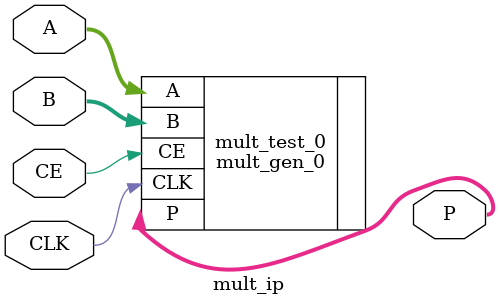
<source format=v>
`timescale 1ns / 1ps
module mult_ip(
    input  CLK,
    input  CE,
    input  [7:0] A,
    input  [3:0] B,
    output   [11:0] P
);
mult_gen_0 mult_test_0(
   .CLK(CLK),
   .CE(CE),
    .A(A),
    .B(B),
    .P(P)
);
endmodule
</source>
